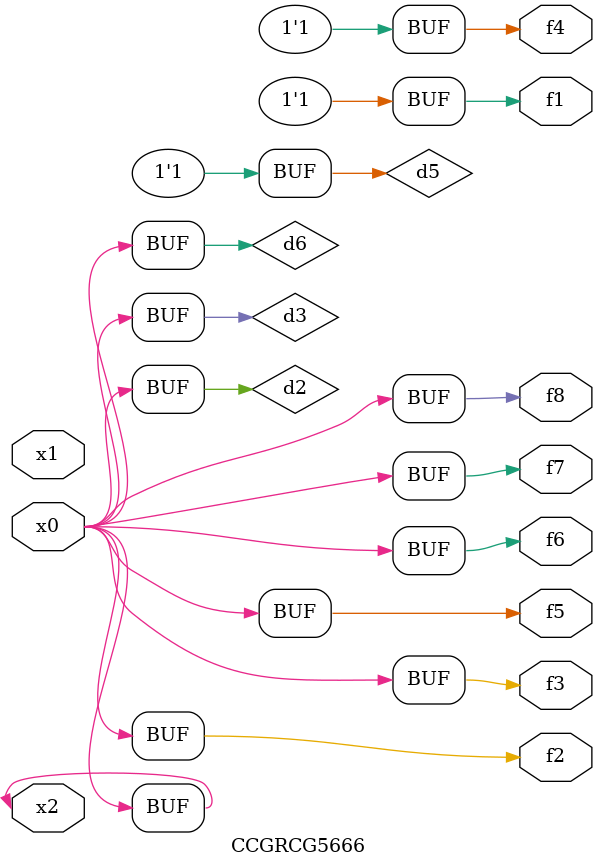
<source format=v>
module CCGRCG5666(
	input x0, x1, x2,
	output f1, f2, f3, f4, f5, f6, f7, f8
);

	wire d1, d2, d3, d4, d5, d6;

	xnor (d1, x2);
	buf (d2, x0, x2);
	and (d3, x0);
	xnor (d4, x1, x2);
	nand (d5, d1, d3);
	buf (d6, d2, d3);
	assign f1 = d5;
	assign f2 = d6;
	assign f3 = d6;
	assign f4 = d5;
	assign f5 = d6;
	assign f6 = d6;
	assign f7 = d6;
	assign f8 = d6;
endmodule

</source>
